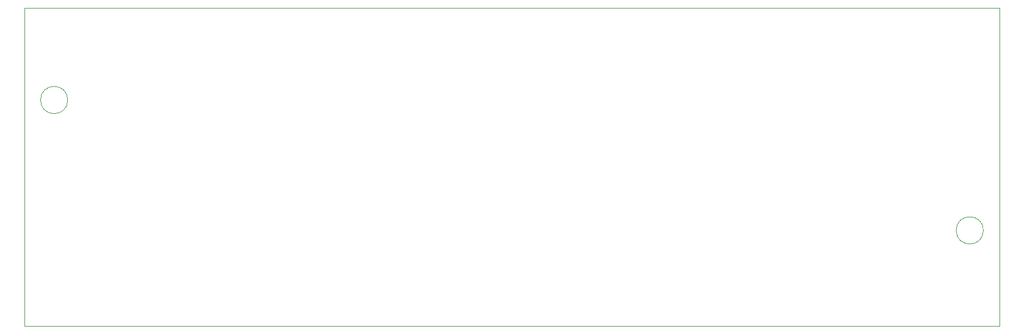
<source format=gbr>
%TF.GenerationSoftware,KiCad,Pcbnew,9.0.2*%
%TF.CreationDate,2025-06-30T20:10:24+02:00*%
%TF.ProjectId,fl-ctl,666c2d63-746c-42e6-9b69-6361645f7063,rev?*%
%TF.SameCoordinates,Original*%
%TF.FileFunction,Profile,NP*%
%FSLAX46Y46*%
G04 Gerber Fmt 4.6, Leading zero omitted, Abs format (unit mm)*
G04 Created by KiCad (PCBNEW 9.0.2) date 2025-06-30 20:10:24*
%MOMM*%
%LPD*%
G01*
G04 APERTURE LIST*
%TA.AperFunction,Profile*%
%ADD10C,0.050000*%
%TD*%
G04 APERTURE END LIST*
D10*
X81124846Y-90575154D02*
G75*
G02*
X77075154Y-90575154I-2024846J0D01*
G01*
X77075154Y-90575154D02*
G75*
G02*
X81124846Y-90575154I2024846J0D01*
G01*
X74700000Y-76900000D02*
X219700000Y-76900000D01*
X219700000Y-124182608D01*
X74700000Y-124182608D01*
X74700000Y-76900000D01*
X217324846Y-109975154D02*
G75*
G02*
X213275154Y-109975154I-2024846J0D01*
G01*
X213275154Y-109975154D02*
G75*
G02*
X217324846Y-109975154I2024846J0D01*
G01*
M02*

</source>
